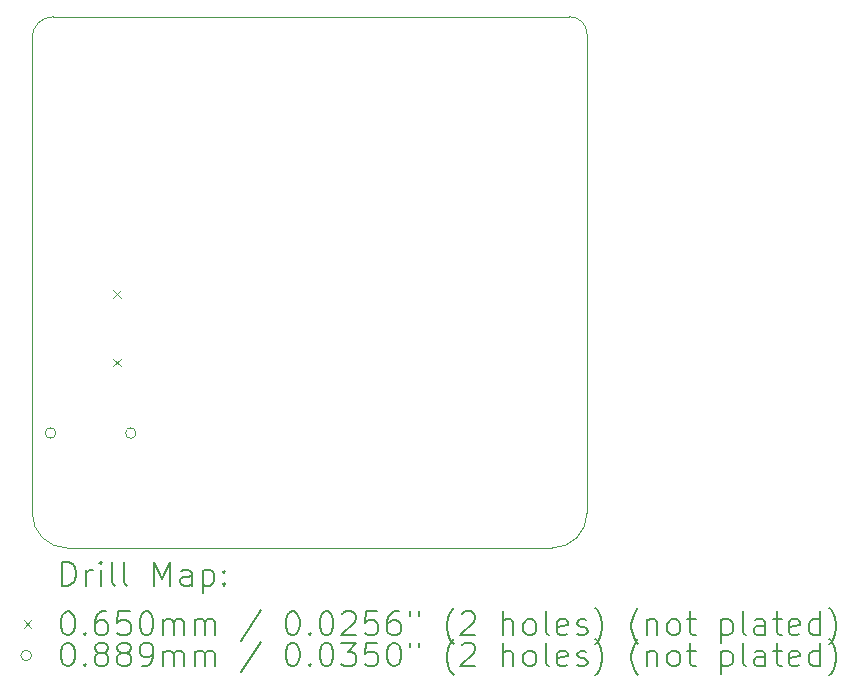
<source format=gbr>
%TF.GenerationSoftware,KiCad,Pcbnew,7.0.5-0*%
%TF.CreationDate,2024-02-18T18:21:40-05:00*%
%TF.ProjectId,BITSv5,42495453-7635-42e6-9b69-6361645f7063,2*%
%TF.SameCoordinates,Original*%
%TF.FileFunction,Drillmap*%
%TF.FilePolarity,Positive*%
%FSLAX45Y45*%
G04 Gerber Fmt 4.5, Leading zero omitted, Abs format (unit mm)*
G04 Created by KiCad (PCBNEW 7.0.5-0) date 2024-02-18 18:21:40*
%MOMM*%
%LPD*%
G01*
G04 APERTURE LIST*
%ADD10C,0.100000*%
%ADD11C,0.200000*%
%ADD12C,0.065000*%
%ADD13C,0.088900*%
G04 APERTURE END LIST*
D10*
X15220000Y-4370000D02*
G75*
G03*
X15070000Y-4220000I-150000J0D01*
G01*
X10700000Y-4220000D02*
X15070000Y-4220000D01*
X10520000Y-8420000D02*
X10520000Y-4400000D01*
X14920000Y-8720000D02*
G75*
G03*
X15220000Y-8420000I0J300000D01*
G01*
X15220000Y-8420000D02*
X15220000Y-4370000D01*
X14920000Y-8720000D02*
X10820000Y-8720000D01*
X10520000Y-8420000D02*
G75*
G03*
X10820000Y-8720000I300000J0D01*
G01*
X10700000Y-4220000D02*
G75*
G03*
X10520000Y-4400000I0J-180000D01*
G01*
D11*
D12*
X11207510Y-6538310D02*
X11272510Y-6603310D01*
X11272510Y-6538310D02*
X11207510Y-6603310D01*
X11207510Y-7116310D02*
X11272510Y-7181310D01*
X11272510Y-7116310D02*
X11207510Y-7181310D01*
D13*
X10720460Y-7745500D02*
G75*
G03*
X10720460Y-7745500I-44450J0D01*
G01*
X11400460Y-7745500D02*
G75*
G03*
X11400460Y-7745500I-44450J0D01*
G01*
D11*
X10775777Y-9036484D02*
X10775777Y-8836484D01*
X10775777Y-8836484D02*
X10823396Y-8836484D01*
X10823396Y-8836484D02*
X10851967Y-8846008D01*
X10851967Y-8846008D02*
X10871015Y-8865055D01*
X10871015Y-8865055D02*
X10880539Y-8884103D01*
X10880539Y-8884103D02*
X10890063Y-8922198D01*
X10890063Y-8922198D02*
X10890063Y-8950770D01*
X10890063Y-8950770D02*
X10880539Y-8988865D01*
X10880539Y-8988865D02*
X10871015Y-9007912D01*
X10871015Y-9007912D02*
X10851967Y-9026960D01*
X10851967Y-9026960D02*
X10823396Y-9036484D01*
X10823396Y-9036484D02*
X10775777Y-9036484D01*
X10975777Y-9036484D02*
X10975777Y-8903150D01*
X10975777Y-8941246D02*
X10985301Y-8922198D01*
X10985301Y-8922198D02*
X10994824Y-8912674D01*
X10994824Y-8912674D02*
X11013872Y-8903150D01*
X11013872Y-8903150D02*
X11032920Y-8903150D01*
X11099586Y-9036484D02*
X11099586Y-8903150D01*
X11099586Y-8836484D02*
X11090063Y-8846008D01*
X11090063Y-8846008D02*
X11099586Y-8855531D01*
X11099586Y-8855531D02*
X11109110Y-8846008D01*
X11109110Y-8846008D02*
X11099586Y-8836484D01*
X11099586Y-8836484D02*
X11099586Y-8855531D01*
X11223396Y-9036484D02*
X11204348Y-9026960D01*
X11204348Y-9026960D02*
X11194824Y-9007912D01*
X11194824Y-9007912D02*
X11194824Y-8836484D01*
X11328158Y-9036484D02*
X11309110Y-9026960D01*
X11309110Y-9026960D02*
X11299586Y-9007912D01*
X11299586Y-9007912D02*
X11299586Y-8836484D01*
X11556729Y-9036484D02*
X11556729Y-8836484D01*
X11556729Y-8836484D02*
X11623396Y-8979341D01*
X11623396Y-8979341D02*
X11690062Y-8836484D01*
X11690062Y-8836484D02*
X11690062Y-9036484D01*
X11871015Y-9036484D02*
X11871015Y-8931722D01*
X11871015Y-8931722D02*
X11861491Y-8912674D01*
X11861491Y-8912674D02*
X11842443Y-8903150D01*
X11842443Y-8903150D02*
X11804348Y-8903150D01*
X11804348Y-8903150D02*
X11785301Y-8912674D01*
X11871015Y-9026960D02*
X11851967Y-9036484D01*
X11851967Y-9036484D02*
X11804348Y-9036484D01*
X11804348Y-9036484D02*
X11785301Y-9026960D01*
X11785301Y-9026960D02*
X11775777Y-9007912D01*
X11775777Y-9007912D02*
X11775777Y-8988865D01*
X11775777Y-8988865D02*
X11785301Y-8969817D01*
X11785301Y-8969817D02*
X11804348Y-8960293D01*
X11804348Y-8960293D02*
X11851967Y-8960293D01*
X11851967Y-8960293D02*
X11871015Y-8950770D01*
X11966253Y-8903150D02*
X11966253Y-9103150D01*
X11966253Y-8912674D02*
X11985301Y-8903150D01*
X11985301Y-8903150D02*
X12023396Y-8903150D01*
X12023396Y-8903150D02*
X12042443Y-8912674D01*
X12042443Y-8912674D02*
X12051967Y-8922198D01*
X12051967Y-8922198D02*
X12061491Y-8941246D01*
X12061491Y-8941246D02*
X12061491Y-8998389D01*
X12061491Y-8998389D02*
X12051967Y-9017436D01*
X12051967Y-9017436D02*
X12042443Y-9026960D01*
X12042443Y-9026960D02*
X12023396Y-9036484D01*
X12023396Y-9036484D02*
X11985301Y-9036484D01*
X11985301Y-9036484D02*
X11966253Y-9026960D01*
X12147205Y-9017436D02*
X12156729Y-9026960D01*
X12156729Y-9026960D02*
X12147205Y-9036484D01*
X12147205Y-9036484D02*
X12137682Y-9026960D01*
X12137682Y-9026960D02*
X12147205Y-9017436D01*
X12147205Y-9017436D02*
X12147205Y-9036484D01*
X12147205Y-8912674D02*
X12156729Y-8922198D01*
X12156729Y-8922198D02*
X12147205Y-8931722D01*
X12147205Y-8931722D02*
X12137682Y-8922198D01*
X12137682Y-8922198D02*
X12147205Y-8912674D01*
X12147205Y-8912674D02*
X12147205Y-8931722D01*
D12*
X10450000Y-9332500D02*
X10515000Y-9397500D01*
X10515000Y-9332500D02*
X10450000Y-9397500D01*
D11*
X10813872Y-9256484D02*
X10832920Y-9256484D01*
X10832920Y-9256484D02*
X10851967Y-9266008D01*
X10851967Y-9266008D02*
X10861491Y-9275531D01*
X10861491Y-9275531D02*
X10871015Y-9294579D01*
X10871015Y-9294579D02*
X10880539Y-9332674D01*
X10880539Y-9332674D02*
X10880539Y-9380293D01*
X10880539Y-9380293D02*
X10871015Y-9418389D01*
X10871015Y-9418389D02*
X10861491Y-9437436D01*
X10861491Y-9437436D02*
X10851967Y-9446960D01*
X10851967Y-9446960D02*
X10832920Y-9456484D01*
X10832920Y-9456484D02*
X10813872Y-9456484D01*
X10813872Y-9456484D02*
X10794824Y-9446960D01*
X10794824Y-9446960D02*
X10785301Y-9437436D01*
X10785301Y-9437436D02*
X10775777Y-9418389D01*
X10775777Y-9418389D02*
X10766253Y-9380293D01*
X10766253Y-9380293D02*
X10766253Y-9332674D01*
X10766253Y-9332674D02*
X10775777Y-9294579D01*
X10775777Y-9294579D02*
X10785301Y-9275531D01*
X10785301Y-9275531D02*
X10794824Y-9266008D01*
X10794824Y-9266008D02*
X10813872Y-9256484D01*
X10966253Y-9437436D02*
X10975777Y-9446960D01*
X10975777Y-9446960D02*
X10966253Y-9456484D01*
X10966253Y-9456484D02*
X10956729Y-9446960D01*
X10956729Y-9446960D02*
X10966253Y-9437436D01*
X10966253Y-9437436D02*
X10966253Y-9456484D01*
X11147205Y-9256484D02*
X11109110Y-9256484D01*
X11109110Y-9256484D02*
X11090063Y-9266008D01*
X11090063Y-9266008D02*
X11080539Y-9275531D01*
X11080539Y-9275531D02*
X11061491Y-9304103D01*
X11061491Y-9304103D02*
X11051967Y-9342198D01*
X11051967Y-9342198D02*
X11051967Y-9418389D01*
X11051967Y-9418389D02*
X11061491Y-9437436D01*
X11061491Y-9437436D02*
X11071015Y-9446960D01*
X11071015Y-9446960D02*
X11090063Y-9456484D01*
X11090063Y-9456484D02*
X11128158Y-9456484D01*
X11128158Y-9456484D02*
X11147205Y-9446960D01*
X11147205Y-9446960D02*
X11156729Y-9437436D01*
X11156729Y-9437436D02*
X11166253Y-9418389D01*
X11166253Y-9418389D02*
X11166253Y-9370770D01*
X11166253Y-9370770D02*
X11156729Y-9351722D01*
X11156729Y-9351722D02*
X11147205Y-9342198D01*
X11147205Y-9342198D02*
X11128158Y-9332674D01*
X11128158Y-9332674D02*
X11090063Y-9332674D01*
X11090063Y-9332674D02*
X11071015Y-9342198D01*
X11071015Y-9342198D02*
X11061491Y-9351722D01*
X11061491Y-9351722D02*
X11051967Y-9370770D01*
X11347205Y-9256484D02*
X11251967Y-9256484D01*
X11251967Y-9256484D02*
X11242443Y-9351722D01*
X11242443Y-9351722D02*
X11251967Y-9342198D01*
X11251967Y-9342198D02*
X11271015Y-9332674D01*
X11271015Y-9332674D02*
X11318634Y-9332674D01*
X11318634Y-9332674D02*
X11337682Y-9342198D01*
X11337682Y-9342198D02*
X11347205Y-9351722D01*
X11347205Y-9351722D02*
X11356729Y-9370770D01*
X11356729Y-9370770D02*
X11356729Y-9418389D01*
X11356729Y-9418389D02*
X11347205Y-9437436D01*
X11347205Y-9437436D02*
X11337682Y-9446960D01*
X11337682Y-9446960D02*
X11318634Y-9456484D01*
X11318634Y-9456484D02*
X11271015Y-9456484D01*
X11271015Y-9456484D02*
X11251967Y-9446960D01*
X11251967Y-9446960D02*
X11242443Y-9437436D01*
X11480539Y-9256484D02*
X11499586Y-9256484D01*
X11499586Y-9256484D02*
X11518634Y-9266008D01*
X11518634Y-9266008D02*
X11528158Y-9275531D01*
X11528158Y-9275531D02*
X11537682Y-9294579D01*
X11537682Y-9294579D02*
X11547205Y-9332674D01*
X11547205Y-9332674D02*
X11547205Y-9380293D01*
X11547205Y-9380293D02*
X11537682Y-9418389D01*
X11537682Y-9418389D02*
X11528158Y-9437436D01*
X11528158Y-9437436D02*
X11518634Y-9446960D01*
X11518634Y-9446960D02*
X11499586Y-9456484D01*
X11499586Y-9456484D02*
X11480539Y-9456484D01*
X11480539Y-9456484D02*
X11461491Y-9446960D01*
X11461491Y-9446960D02*
X11451967Y-9437436D01*
X11451967Y-9437436D02*
X11442443Y-9418389D01*
X11442443Y-9418389D02*
X11432920Y-9380293D01*
X11432920Y-9380293D02*
X11432920Y-9332674D01*
X11432920Y-9332674D02*
X11442443Y-9294579D01*
X11442443Y-9294579D02*
X11451967Y-9275531D01*
X11451967Y-9275531D02*
X11461491Y-9266008D01*
X11461491Y-9266008D02*
X11480539Y-9256484D01*
X11632920Y-9456484D02*
X11632920Y-9323150D01*
X11632920Y-9342198D02*
X11642443Y-9332674D01*
X11642443Y-9332674D02*
X11661491Y-9323150D01*
X11661491Y-9323150D02*
X11690063Y-9323150D01*
X11690063Y-9323150D02*
X11709110Y-9332674D01*
X11709110Y-9332674D02*
X11718634Y-9351722D01*
X11718634Y-9351722D02*
X11718634Y-9456484D01*
X11718634Y-9351722D02*
X11728158Y-9332674D01*
X11728158Y-9332674D02*
X11747205Y-9323150D01*
X11747205Y-9323150D02*
X11775777Y-9323150D01*
X11775777Y-9323150D02*
X11794824Y-9332674D01*
X11794824Y-9332674D02*
X11804348Y-9351722D01*
X11804348Y-9351722D02*
X11804348Y-9456484D01*
X11899586Y-9456484D02*
X11899586Y-9323150D01*
X11899586Y-9342198D02*
X11909110Y-9332674D01*
X11909110Y-9332674D02*
X11928158Y-9323150D01*
X11928158Y-9323150D02*
X11956729Y-9323150D01*
X11956729Y-9323150D02*
X11975777Y-9332674D01*
X11975777Y-9332674D02*
X11985301Y-9351722D01*
X11985301Y-9351722D02*
X11985301Y-9456484D01*
X11985301Y-9351722D02*
X11994824Y-9332674D01*
X11994824Y-9332674D02*
X12013872Y-9323150D01*
X12013872Y-9323150D02*
X12042443Y-9323150D01*
X12042443Y-9323150D02*
X12061491Y-9332674D01*
X12061491Y-9332674D02*
X12071015Y-9351722D01*
X12071015Y-9351722D02*
X12071015Y-9456484D01*
X12461491Y-9246960D02*
X12290063Y-9504103D01*
X12718634Y-9256484D02*
X12737682Y-9256484D01*
X12737682Y-9256484D02*
X12756729Y-9266008D01*
X12756729Y-9266008D02*
X12766253Y-9275531D01*
X12766253Y-9275531D02*
X12775777Y-9294579D01*
X12775777Y-9294579D02*
X12785301Y-9332674D01*
X12785301Y-9332674D02*
X12785301Y-9380293D01*
X12785301Y-9380293D02*
X12775777Y-9418389D01*
X12775777Y-9418389D02*
X12766253Y-9437436D01*
X12766253Y-9437436D02*
X12756729Y-9446960D01*
X12756729Y-9446960D02*
X12737682Y-9456484D01*
X12737682Y-9456484D02*
X12718634Y-9456484D01*
X12718634Y-9456484D02*
X12699586Y-9446960D01*
X12699586Y-9446960D02*
X12690063Y-9437436D01*
X12690063Y-9437436D02*
X12680539Y-9418389D01*
X12680539Y-9418389D02*
X12671015Y-9380293D01*
X12671015Y-9380293D02*
X12671015Y-9332674D01*
X12671015Y-9332674D02*
X12680539Y-9294579D01*
X12680539Y-9294579D02*
X12690063Y-9275531D01*
X12690063Y-9275531D02*
X12699586Y-9266008D01*
X12699586Y-9266008D02*
X12718634Y-9256484D01*
X12871015Y-9437436D02*
X12880539Y-9446960D01*
X12880539Y-9446960D02*
X12871015Y-9456484D01*
X12871015Y-9456484D02*
X12861491Y-9446960D01*
X12861491Y-9446960D02*
X12871015Y-9437436D01*
X12871015Y-9437436D02*
X12871015Y-9456484D01*
X13004348Y-9256484D02*
X13023396Y-9256484D01*
X13023396Y-9256484D02*
X13042444Y-9266008D01*
X13042444Y-9266008D02*
X13051967Y-9275531D01*
X13051967Y-9275531D02*
X13061491Y-9294579D01*
X13061491Y-9294579D02*
X13071015Y-9332674D01*
X13071015Y-9332674D02*
X13071015Y-9380293D01*
X13071015Y-9380293D02*
X13061491Y-9418389D01*
X13061491Y-9418389D02*
X13051967Y-9437436D01*
X13051967Y-9437436D02*
X13042444Y-9446960D01*
X13042444Y-9446960D02*
X13023396Y-9456484D01*
X13023396Y-9456484D02*
X13004348Y-9456484D01*
X13004348Y-9456484D02*
X12985301Y-9446960D01*
X12985301Y-9446960D02*
X12975777Y-9437436D01*
X12975777Y-9437436D02*
X12966253Y-9418389D01*
X12966253Y-9418389D02*
X12956729Y-9380293D01*
X12956729Y-9380293D02*
X12956729Y-9332674D01*
X12956729Y-9332674D02*
X12966253Y-9294579D01*
X12966253Y-9294579D02*
X12975777Y-9275531D01*
X12975777Y-9275531D02*
X12985301Y-9266008D01*
X12985301Y-9266008D02*
X13004348Y-9256484D01*
X13147206Y-9275531D02*
X13156729Y-9266008D01*
X13156729Y-9266008D02*
X13175777Y-9256484D01*
X13175777Y-9256484D02*
X13223396Y-9256484D01*
X13223396Y-9256484D02*
X13242444Y-9266008D01*
X13242444Y-9266008D02*
X13251967Y-9275531D01*
X13251967Y-9275531D02*
X13261491Y-9294579D01*
X13261491Y-9294579D02*
X13261491Y-9313627D01*
X13261491Y-9313627D02*
X13251967Y-9342198D01*
X13251967Y-9342198D02*
X13137682Y-9456484D01*
X13137682Y-9456484D02*
X13261491Y-9456484D01*
X13442444Y-9256484D02*
X13347206Y-9256484D01*
X13347206Y-9256484D02*
X13337682Y-9351722D01*
X13337682Y-9351722D02*
X13347206Y-9342198D01*
X13347206Y-9342198D02*
X13366253Y-9332674D01*
X13366253Y-9332674D02*
X13413872Y-9332674D01*
X13413872Y-9332674D02*
X13432920Y-9342198D01*
X13432920Y-9342198D02*
X13442444Y-9351722D01*
X13442444Y-9351722D02*
X13451967Y-9370770D01*
X13451967Y-9370770D02*
X13451967Y-9418389D01*
X13451967Y-9418389D02*
X13442444Y-9437436D01*
X13442444Y-9437436D02*
X13432920Y-9446960D01*
X13432920Y-9446960D02*
X13413872Y-9456484D01*
X13413872Y-9456484D02*
X13366253Y-9456484D01*
X13366253Y-9456484D02*
X13347206Y-9446960D01*
X13347206Y-9446960D02*
X13337682Y-9437436D01*
X13623396Y-9256484D02*
X13585301Y-9256484D01*
X13585301Y-9256484D02*
X13566253Y-9266008D01*
X13566253Y-9266008D02*
X13556729Y-9275531D01*
X13556729Y-9275531D02*
X13537682Y-9304103D01*
X13537682Y-9304103D02*
X13528158Y-9342198D01*
X13528158Y-9342198D02*
X13528158Y-9418389D01*
X13528158Y-9418389D02*
X13537682Y-9437436D01*
X13537682Y-9437436D02*
X13547206Y-9446960D01*
X13547206Y-9446960D02*
X13566253Y-9456484D01*
X13566253Y-9456484D02*
X13604348Y-9456484D01*
X13604348Y-9456484D02*
X13623396Y-9446960D01*
X13623396Y-9446960D02*
X13632920Y-9437436D01*
X13632920Y-9437436D02*
X13642444Y-9418389D01*
X13642444Y-9418389D02*
X13642444Y-9370770D01*
X13642444Y-9370770D02*
X13632920Y-9351722D01*
X13632920Y-9351722D02*
X13623396Y-9342198D01*
X13623396Y-9342198D02*
X13604348Y-9332674D01*
X13604348Y-9332674D02*
X13566253Y-9332674D01*
X13566253Y-9332674D02*
X13547206Y-9342198D01*
X13547206Y-9342198D02*
X13537682Y-9351722D01*
X13537682Y-9351722D02*
X13528158Y-9370770D01*
X13718634Y-9256484D02*
X13718634Y-9294579D01*
X13794825Y-9256484D02*
X13794825Y-9294579D01*
X14090063Y-9532674D02*
X14080539Y-9523150D01*
X14080539Y-9523150D02*
X14061491Y-9494579D01*
X14061491Y-9494579D02*
X14051968Y-9475531D01*
X14051968Y-9475531D02*
X14042444Y-9446960D01*
X14042444Y-9446960D02*
X14032920Y-9399341D01*
X14032920Y-9399341D02*
X14032920Y-9361246D01*
X14032920Y-9361246D02*
X14042444Y-9313627D01*
X14042444Y-9313627D02*
X14051968Y-9285055D01*
X14051968Y-9285055D02*
X14061491Y-9266008D01*
X14061491Y-9266008D02*
X14080539Y-9237436D01*
X14080539Y-9237436D02*
X14090063Y-9227912D01*
X14156729Y-9275531D02*
X14166253Y-9266008D01*
X14166253Y-9266008D02*
X14185301Y-9256484D01*
X14185301Y-9256484D02*
X14232920Y-9256484D01*
X14232920Y-9256484D02*
X14251968Y-9266008D01*
X14251968Y-9266008D02*
X14261491Y-9275531D01*
X14261491Y-9275531D02*
X14271015Y-9294579D01*
X14271015Y-9294579D02*
X14271015Y-9313627D01*
X14271015Y-9313627D02*
X14261491Y-9342198D01*
X14261491Y-9342198D02*
X14147206Y-9456484D01*
X14147206Y-9456484D02*
X14271015Y-9456484D01*
X14509110Y-9456484D02*
X14509110Y-9256484D01*
X14594825Y-9456484D02*
X14594825Y-9351722D01*
X14594825Y-9351722D02*
X14585301Y-9332674D01*
X14585301Y-9332674D02*
X14566253Y-9323150D01*
X14566253Y-9323150D02*
X14537682Y-9323150D01*
X14537682Y-9323150D02*
X14518634Y-9332674D01*
X14518634Y-9332674D02*
X14509110Y-9342198D01*
X14718634Y-9456484D02*
X14699587Y-9446960D01*
X14699587Y-9446960D02*
X14690063Y-9437436D01*
X14690063Y-9437436D02*
X14680539Y-9418389D01*
X14680539Y-9418389D02*
X14680539Y-9361246D01*
X14680539Y-9361246D02*
X14690063Y-9342198D01*
X14690063Y-9342198D02*
X14699587Y-9332674D01*
X14699587Y-9332674D02*
X14718634Y-9323150D01*
X14718634Y-9323150D02*
X14747206Y-9323150D01*
X14747206Y-9323150D02*
X14766253Y-9332674D01*
X14766253Y-9332674D02*
X14775777Y-9342198D01*
X14775777Y-9342198D02*
X14785301Y-9361246D01*
X14785301Y-9361246D02*
X14785301Y-9418389D01*
X14785301Y-9418389D02*
X14775777Y-9437436D01*
X14775777Y-9437436D02*
X14766253Y-9446960D01*
X14766253Y-9446960D02*
X14747206Y-9456484D01*
X14747206Y-9456484D02*
X14718634Y-9456484D01*
X14899587Y-9456484D02*
X14880539Y-9446960D01*
X14880539Y-9446960D02*
X14871015Y-9427912D01*
X14871015Y-9427912D02*
X14871015Y-9256484D01*
X15051968Y-9446960D02*
X15032920Y-9456484D01*
X15032920Y-9456484D02*
X14994825Y-9456484D01*
X14994825Y-9456484D02*
X14975777Y-9446960D01*
X14975777Y-9446960D02*
X14966253Y-9427912D01*
X14966253Y-9427912D02*
X14966253Y-9351722D01*
X14966253Y-9351722D02*
X14975777Y-9332674D01*
X14975777Y-9332674D02*
X14994825Y-9323150D01*
X14994825Y-9323150D02*
X15032920Y-9323150D01*
X15032920Y-9323150D02*
X15051968Y-9332674D01*
X15051968Y-9332674D02*
X15061491Y-9351722D01*
X15061491Y-9351722D02*
X15061491Y-9370770D01*
X15061491Y-9370770D02*
X14966253Y-9389817D01*
X15137682Y-9446960D02*
X15156730Y-9456484D01*
X15156730Y-9456484D02*
X15194825Y-9456484D01*
X15194825Y-9456484D02*
X15213872Y-9446960D01*
X15213872Y-9446960D02*
X15223396Y-9427912D01*
X15223396Y-9427912D02*
X15223396Y-9418389D01*
X15223396Y-9418389D02*
X15213872Y-9399341D01*
X15213872Y-9399341D02*
X15194825Y-9389817D01*
X15194825Y-9389817D02*
X15166253Y-9389817D01*
X15166253Y-9389817D02*
X15147206Y-9380293D01*
X15147206Y-9380293D02*
X15137682Y-9361246D01*
X15137682Y-9361246D02*
X15137682Y-9351722D01*
X15137682Y-9351722D02*
X15147206Y-9332674D01*
X15147206Y-9332674D02*
X15166253Y-9323150D01*
X15166253Y-9323150D02*
X15194825Y-9323150D01*
X15194825Y-9323150D02*
X15213872Y-9332674D01*
X15290063Y-9532674D02*
X15299587Y-9523150D01*
X15299587Y-9523150D02*
X15318634Y-9494579D01*
X15318634Y-9494579D02*
X15328158Y-9475531D01*
X15328158Y-9475531D02*
X15337682Y-9446960D01*
X15337682Y-9446960D02*
X15347206Y-9399341D01*
X15347206Y-9399341D02*
X15347206Y-9361246D01*
X15347206Y-9361246D02*
X15337682Y-9313627D01*
X15337682Y-9313627D02*
X15328158Y-9285055D01*
X15328158Y-9285055D02*
X15318634Y-9266008D01*
X15318634Y-9266008D02*
X15299587Y-9237436D01*
X15299587Y-9237436D02*
X15290063Y-9227912D01*
X15651968Y-9532674D02*
X15642444Y-9523150D01*
X15642444Y-9523150D02*
X15623396Y-9494579D01*
X15623396Y-9494579D02*
X15613872Y-9475531D01*
X15613872Y-9475531D02*
X15604349Y-9446960D01*
X15604349Y-9446960D02*
X15594825Y-9399341D01*
X15594825Y-9399341D02*
X15594825Y-9361246D01*
X15594825Y-9361246D02*
X15604349Y-9313627D01*
X15604349Y-9313627D02*
X15613872Y-9285055D01*
X15613872Y-9285055D02*
X15623396Y-9266008D01*
X15623396Y-9266008D02*
X15642444Y-9237436D01*
X15642444Y-9237436D02*
X15651968Y-9227912D01*
X15728158Y-9323150D02*
X15728158Y-9456484D01*
X15728158Y-9342198D02*
X15737682Y-9332674D01*
X15737682Y-9332674D02*
X15756730Y-9323150D01*
X15756730Y-9323150D02*
X15785301Y-9323150D01*
X15785301Y-9323150D02*
X15804349Y-9332674D01*
X15804349Y-9332674D02*
X15813872Y-9351722D01*
X15813872Y-9351722D02*
X15813872Y-9456484D01*
X15937682Y-9456484D02*
X15918634Y-9446960D01*
X15918634Y-9446960D02*
X15909111Y-9437436D01*
X15909111Y-9437436D02*
X15899587Y-9418389D01*
X15899587Y-9418389D02*
X15899587Y-9361246D01*
X15899587Y-9361246D02*
X15909111Y-9342198D01*
X15909111Y-9342198D02*
X15918634Y-9332674D01*
X15918634Y-9332674D02*
X15937682Y-9323150D01*
X15937682Y-9323150D02*
X15966253Y-9323150D01*
X15966253Y-9323150D02*
X15985301Y-9332674D01*
X15985301Y-9332674D02*
X15994825Y-9342198D01*
X15994825Y-9342198D02*
X16004349Y-9361246D01*
X16004349Y-9361246D02*
X16004349Y-9418389D01*
X16004349Y-9418389D02*
X15994825Y-9437436D01*
X15994825Y-9437436D02*
X15985301Y-9446960D01*
X15985301Y-9446960D02*
X15966253Y-9456484D01*
X15966253Y-9456484D02*
X15937682Y-9456484D01*
X16061492Y-9323150D02*
X16137682Y-9323150D01*
X16090063Y-9256484D02*
X16090063Y-9427912D01*
X16090063Y-9427912D02*
X16099587Y-9446960D01*
X16099587Y-9446960D02*
X16118634Y-9456484D01*
X16118634Y-9456484D02*
X16137682Y-9456484D01*
X16356730Y-9323150D02*
X16356730Y-9523150D01*
X16356730Y-9332674D02*
X16375777Y-9323150D01*
X16375777Y-9323150D02*
X16413873Y-9323150D01*
X16413873Y-9323150D02*
X16432920Y-9332674D01*
X16432920Y-9332674D02*
X16442444Y-9342198D01*
X16442444Y-9342198D02*
X16451968Y-9361246D01*
X16451968Y-9361246D02*
X16451968Y-9418389D01*
X16451968Y-9418389D02*
X16442444Y-9437436D01*
X16442444Y-9437436D02*
X16432920Y-9446960D01*
X16432920Y-9446960D02*
X16413873Y-9456484D01*
X16413873Y-9456484D02*
X16375777Y-9456484D01*
X16375777Y-9456484D02*
X16356730Y-9446960D01*
X16566253Y-9456484D02*
X16547206Y-9446960D01*
X16547206Y-9446960D02*
X16537682Y-9427912D01*
X16537682Y-9427912D02*
X16537682Y-9256484D01*
X16728158Y-9456484D02*
X16728158Y-9351722D01*
X16728158Y-9351722D02*
X16718634Y-9332674D01*
X16718634Y-9332674D02*
X16699587Y-9323150D01*
X16699587Y-9323150D02*
X16661492Y-9323150D01*
X16661492Y-9323150D02*
X16642444Y-9332674D01*
X16728158Y-9446960D02*
X16709111Y-9456484D01*
X16709111Y-9456484D02*
X16661492Y-9456484D01*
X16661492Y-9456484D02*
X16642444Y-9446960D01*
X16642444Y-9446960D02*
X16632920Y-9427912D01*
X16632920Y-9427912D02*
X16632920Y-9408865D01*
X16632920Y-9408865D02*
X16642444Y-9389817D01*
X16642444Y-9389817D02*
X16661492Y-9380293D01*
X16661492Y-9380293D02*
X16709111Y-9380293D01*
X16709111Y-9380293D02*
X16728158Y-9370770D01*
X16794825Y-9323150D02*
X16871015Y-9323150D01*
X16823396Y-9256484D02*
X16823396Y-9427912D01*
X16823396Y-9427912D02*
X16832920Y-9446960D01*
X16832920Y-9446960D02*
X16851968Y-9456484D01*
X16851968Y-9456484D02*
X16871015Y-9456484D01*
X17013873Y-9446960D02*
X16994825Y-9456484D01*
X16994825Y-9456484D02*
X16956730Y-9456484D01*
X16956730Y-9456484D02*
X16937682Y-9446960D01*
X16937682Y-9446960D02*
X16928158Y-9427912D01*
X16928158Y-9427912D02*
X16928158Y-9351722D01*
X16928158Y-9351722D02*
X16937682Y-9332674D01*
X16937682Y-9332674D02*
X16956730Y-9323150D01*
X16956730Y-9323150D02*
X16994825Y-9323150D01*
X16994825Y-9323150D02*
X17013873Y-9332674D01*
X17013873Y-9332674D02*
X17023396Y-9351722D01*
X17023396Y-9351722D02*
X17023396Y-9370770D01*
X17023396Y-9370770D02*
X16928158Y-9389817D01*
X17194825Y-9456484D02*
X17194825Y-9256484D01*
X17194825Y-9446960D02*
X17175777Y-9456484D01*
X17175777Y-9456484D02*
X17137682Y-9456484D01*
X17137682Y-9456484D02*
X17118635Y-9446960D01*
X17118635Y-9446960D02*
X17109111Y-9437436D01*
X17109111Y-9437436D02*
X17099587Y-9418389D01*
X17099587Y-9418389D02*
X17099587Y-9361246D01*
X17099587Y-9361246D02*
X17109111Y-9342198D01*
X17109111Y-9342198D02*
X17118635Y-9332674D01*
X17118635Y-9332674D02*
X17137682Y-9323150D01*
X17137682Y-9323150D02*
X17175777Y-9323150D01*
X17175777Y-9323150D02*
X17194825Y-9332674D01*
X17271016Y-9532674D02*
X17280539Y-9523150D01*
X17280539Y-9523150D02*
X17299587Y-9494579D01*
X17299587Y-9494579D02*
X17309111Y-9475531D01*
X17309111Y-9475531D02*
X17318635Y-9446960D01*
X17318635Y-9446960D02*
X17328158Y-9399341D01*
X17328158Y-9399341D02*
X17328158Y-9361246D01*
X17328158Y-9361246D02*
X17318635Y-9313627D01*
X17318635Y-9313627D02*
X17309111Y-9285055D01*
X17309111Y-9285055D02*
X17299587Y-9266008D01*
X17299587Y-9266008D02*
X17280539Y-9237436D01*
X17280539Y-9237436D02*
X17271016Y-9227912D01*
D13*
X10515000Y-9629000D02*
G75*
G03*
X10515000Y-9629000I-44450J0D01*
G01*
D11*
X10813872Y-9520484D02*
X10832920Y-9520484D01*
X10832920Y-9520484D02*
X10851967Y-9530008D01*
X10851967Y-9530008D02*
X10861491Y-9539531D01*
X10861491Y-9539531D02*
X10871015Y-9558579D01*
X10871015Y-9558579D02*
X10880539Y-9596674D01*
X10880539Y-9596674D02*
X10880539Y-9644293D01*
X10880539Y-9644293D02*
X10871015Y-9682389D01*
X10871015Y-9682389D02*
X10861491Y-9701436D01*
X10861491Y-9701436D02*
X10851967Y-9710960D01*
X10851967Y-9710960D02*
X10832920Y-9720484D01*
X10832920Y-9720484D02*
X10813872Y-9720484D01*
X10813872Y-9720484D02*
X10794824Y-9710960D01*
X10794824Y-9710960D02*
X10785301Y-9701436D01*
X10785301Y-9701436D02*
X10775777Y-9682389D01*
X10775777Y-9682389D02*
X10766253Y-9644293D01*
X10766253Y-9644293D02*
X10766253Y-9596674D01*
X10766253Y-9596674D02*
X10775777Y-9558579D01*
X10775777Y-9558579D02*
X10785301Y-9539531D01*
X10785301Y-9539531D02*
X10794824Y-9530008D01*
X10794824Y-9530008D02*
X10813872Y-9520484D01*
X10966253Y-9701436D02*
X10975777Y-9710960D01*
X10975777Y-9710960D02*
X10966253Y-9720484D01*
X10966253Y-9720484D02*
X10956729Y-9710960D01*
X10956729Y-9710960D02*
X10966253Y-9701436D01*
X10966253Y-9701436D02*
X10966253Y-9720484D01*
X11090063Y-9606198D02*
X11071015Y-9596674D01*
X11071015Y-9596674D02*
X11061491Y-9587150D01*
X11061491Y-9587150D02*
X11051967Y-9568103D01*
X11051967Y-9568103D02*
X11051967Y-9558579D01*
X11051967Y-9558579D02*
X11061491Y-9539531D01*
X11061491Y-9539531D02*
X11071015Y-9530008D01*
X11071015Y-9530008D02*
X11090063Y-9520484D01*
X11090063Y-9520484D02*
X11128158Y-9520484D01*
X11128158Y-9520484D02*
X11147205Y-9530008D01*
X11147205Y-9530008D02*
X11156729Y-9539531D01*
X11156729Y-9539531D02*
X11166253Y-9558579D01*
X11166253Y-9558579D02*
X11166253Y-9568103D01*
X11166253Y-9568103D02*
X11156729Y-9587150D01*
X11156729Y-9587150D02*
X11147205Y-9596674D01*
X11147205Y-9596674D02*
X11128158Y-9606198D01*
X11128158Y-9606198D02*
X11090063Y-9606198D01*
X11090063Y-9606198D02*
X11071015Y-9615722D01*
X11071015Y-9615722D02*
X11061491Y-9625246D01*
X11061491Y-9625246D02*
X11051967Y-9644293D01*
X11051967Y-9644293D02*
X11051967Y-9682389D01*
X11051967Y-9682389D02*
X11061491Y-9701436D01*
X11061491Y-9701436D02*
X11071015Y-9710960D01*
X11071015Y-9710960D02*
X11090063Y-9720484D01*
X11090063Y-9720484D02*
X11128158Y-9720484D01*
X11128158Y-9720484D02*
X11147205Y-9710960D01*
X11147205Y-9710960D02*
X11156729Y-9701436D01*
X11156729Y-9701436D02*
X11166253Y-9682389D01*
X11166253Y-9682389D02*
X11166253Y-9644293D01*
X11166253Y-9644293D02*
X11156729Y-9625246D01*
X11156729Y-9625246D02*
X11147205Y-9615722D01*
X11147205Y-9615722D02*
X11128158Y-9606198D01*
X11280539Y-9606198D02*
X11261491Y-9596674D01*
X11261491Y-9596674D02*
X11251967Y-9587150D01*
X11251967Y-9587150D02*
X11242443Y-9568103D01*
X11242443Y-9568103D02*
X11242443Y-9558579D01*
X11242443Y-9558579D02*
X11251967Y-9539531D01*
X11251967Y-9539531D02*
X11261491Y-9530008D01*
X11261491Y-9530008D02*
X11280539Y-9520484D01*
X11280539Y-9520484D02*
X11318634Y-9520484D01*
X11318634Y-9520484D02*
X11337682Y-9530008D01*
X11337682Y-9530008D02*
X11347205Y-9539531D01*
X11347205Y-9539531D02*
X11356729Y-9558579D01*
X11356729Y-9558579D02*
X11356729Y-9568103D01*
X11356729Y-9568103D02*
X11347205Y-9587150D01*
X11347205Y-9587150D02*
X11337682Y-9596674D01*
X11337682Y-9596674D02*
X11318634Y-9606198D01*
X11318634Y-9606198D02*
X11280539Y-9606198D01*
X11280539Y-9606198D02*
X11261491Y-9615722D01*
X11261491Y-9615722D02*
X11251967Y-9625246D01*
X11251967Y-9625246D02*
X11242443Y-9644293D01*
X11242443Y-9644293D02*
X11242443Y-9682389D01*
X11242443Y-9682389D02*
X11251967Y-9701436D01*
X11251967Y-9701436D02*
X11261491Y-9710960D01*
X11261491Y-9710960D02*
X11280539Y-9720484D01*
X11280539Y-9720484D02*
X11318634Y-9720484D01*
X11318634Y-9720484D02*
X11337682Y-9710960D01*
X11337682Y-9710960D02*
X11347205Y-9701436D01*
X11347205Y-9701436D02*
X11356729Y-9682389D01*
X11356729Y-9682389D02*
X11356729Y-9644293D01*
X11356729Y-9644293D02*
X11347205Y-9625246D01*
X11347205Y-9625246D02*
X11337682Y-9615722D01*
X11337682Y-9615722D02*
X11318634Y-9606198D01*
X11451967Y-9720484D02*
X11490062Y-9720484D01*
X11490062Y-9720484D02*
X11509110Y-9710960D01*
X11509110Y-9710960D02*
X11518634Y-9701436D01*
X11518634Y-9701436D02*
X11537682Y-9672865D01*
X11537682Y-9672865D02*
X11547205Y-9634770D01*
X11547205Y-9634770D02*
X11547205Y-9558579D01*
X11547205Y-9558579D02*
X11537682Y-9539531D01*
X11537682Y-9539531D02*
X11528158Y-9530008D01*
X11528158Y-9530008D02*
X11509110Y-9520484D01*
X11509110Y-9520484D02*
X11471015Y-9520484D01*
X11471015Y-9520484D02*
X11451967Y-9530008D01*
X11451967Y-9530008D02*
X11442443Y-9539531D01*
X11442443Y-9539531D02*
X11432920Y-9558579D01*
X11432920Y-9558579D02*
X11432920Y-9606198D01*
X11432920Y-9606198D02*
X11442443Y-9625246D01*
X11442443Y-9625246D02*
X11451967Y-9634770D01*
X11451967Y-9634770D02*
X11471015Y-9644293D01*
X11471015Y-9644293D02*
X11509110Y-9644293D01*
X11509110Y-9644293D02*
X11528158Y-9634770D01*
X11528158Y-9634770D02*
X11537682Y-9625246D01*
X11537682Y-9625246D02*
X11547205Y-9606198D01*
X11632920Y-9720484D02*
X11632920Y-9587150D01*
X11632920Y-9606198D02*
X11642443Y-9596674D01*
X11642443Y-9596674D02*
X11661491Y-9587150D01*
X11661491Y-9587150D02*
X11690063Y-9587150D01*
X11690063Y-9587150D02*
X11709110Y-9596674D01*
X11709110Y-9596674D02*
X11718634Y-9615722D01*
X11718634Y-9615722D02*
X11718634Y-9720484D01*
X11718634Y-9615722D02*
X11728158Y-9596674D01*
X11728158Y-9596674D02*
X11747205Y-9587150D01*
X11747205Y-9587150D02*
X11775777Y-9587150D01*
X11775777Y-9587150D02*
X11794824Y-9596674D01*
X11794824Y-9596674D02*
X11804348Y-9615722D01*
X11804348Y-9615722D02*
X11804348Y-9720484D01*
X11899586Y-9720484D02*
X11899586Y-9587150D01*
X11899586Y-9606198D02*
X11909110Y-9596674D01*
X11909110Y-9596674D02*
X11928158Y-9587150D01*
X11928158Y-9587150D02*
X11956729Y-9587150D01*
X11956729Y-9587150D02*
X11975777Y-9596674D01*
X11975777Y-9596674D02*
X11985301Y-9615722D01*
X11985301Y-9615722D02*
X11985301Y-9720484D01*
X11985301Y-9615722D02*
X11994824Y-9596674D01*
X11994824Y-9596674D02*
X12013872Y-9587150D01*
X12013872Y-9587150D02*
X12042443Y-9587150D01*
X12042443Y-9587150D02*
X12061491Y-9596674D01*
X12061491Y-9596674D02*
X12071015Y-9615722D01*
X12071015Y-9615722D02*
X12071015Y-9720484D01*
X12461491Y-9510960D02*
X12290063Y-9768103D01*
X12718634Y-9520484D02*
X12737682Y-9520484D01*
X12737682Y-9520484D02*
X12756729Y-9530008D01*
X12756729Y-9530008D02*
X12766253Y-9539531D01*
X12766253Y-9539531D02*
X12775777Y-9558579D01*
X12775777Y-9558579D02*
X12785301Y-9596674D01*
X12785301Y-9596674D02*
X12785301Y-9644293D01*
X12785301Y-9644293D02*
X12775777Y-9682389D01*
X12775777Y-9682389D02*
X12766253Y-9701436D01*
X12766253Y-9701436D02*
X12756729Y-9710960D01*
X12756729Y-9710960D02*
X12737682Y-9720484D01*
X12737682Y-9720484D02*
X12718634Y-9720484D01*
X12718634Y-9720484D02*
X12699586Y-9710960D01*
X12699586Y-9710960D02*
X12690063Y-9701436D01*
X12690063Y-9701436D02*
X12680539Y-9682389D01*
X12680539Y-9682389D02*
X12671015Y-9644293D01*
X12671015Y-9644293D02*
X12671015Y-9596674D01*
X12671015Y-9596674D02*
X12680539Y-9558579D01*
X12680539Y-9558579D02*
X12690063Y-9539531D01*
X12690063Y-9539531D02*
X12699586Y-9530008D01*
X12699586Y-9530008D02*
X12718634Y-9520484D01*
X12871015Y-9701436D02*
X12880539Y-9710960D01*
X12880539Y-9710960D02*
X12871015Y-9720484D01*
X12871015Y-9720484D02*
X12861491Y-9710960D01*
X12861491Y-9710960D02*
X12871015Y-9701436D01*
X12871015Y-9701436D02*
X12871015Y-9720484D01*
X13004348Y-9520484D02*
X13023396Y-9520484D01*
X13023396Y-9520484D02*
X13042444Y-9530008D01*
X13042444Y-9530008D02*
X13051967Y-9539531D01*
X13051967Y-9539531D02*
X13061491Y-9558579D01*
X13061491Y-9558579D02*
X13071015Y-9596674D01*
X13071015Y-9596674D02*
X13071015Y-9644293D01*
X13071015Y-9644293D02*
X13061491Y-9682389D01*
X13061491Y-9682389D02*
X13051967Y-9701436D01*
X13051967Y-9701436D02*
X13042444Y-9710960D01*
X13042444Y-9710960D02*
X13023396Y-9720484D01*
X13023396Y-9720484D02*
X13004348Y-9720484D01*
X13004348Y-9720484D02*
X12985301Y-9710960D01*
X12985301Y-9710960D02*
X12975777Y-9701436D01*
X12975777Y-9701436D02*
X12966253Y-9682389D01*
X12966253Y-9682389D02*
X12956729Y-9644293D01*
X12956729Y-9644293D02*
X12956729Y-9596674D01*
X12956729Y-9596674D02*
X12966253Y-9558579D01*
X12966253Y-9558579D02*
X12975777Y-9539531D01*
X12975777Y-9539531D02*
X12985301Y-9530008D01*
X12985301Y-9530008D02*
X13004348Y-9520484D01*
X13137682Y-9520484D02*
X13261491Y-9520484D01*
X13261491Y-9520484D02*
X13194825Y-9596674D01*
X13194825Y-9596674D02*
X13223396Y-9596674D01*
X13223396Y-9596674D02*
X13242444Y-9606198D01*
X13242444Y-9606198D02*
X13251967Y-9615722D01*
X13251967Y-9615722D02*
X13261491Y-9634770D01*
X13261491Y-9634770D02*
X13261491Y-9682389D01*
X13261491Y-9682389D02*
X13251967Y-9701436D01*
X13251967Y-9701436D02*
X13242444Y-9710960D01*
X13242444Y-9710960D02*
X13223396Y-9720484D01*
X13223396Y-9720484D02*
X13166253Y-9720484D01*
X13166253Y-9720484D02*
X13147206Y-9710960D01*
X13147206Y-9710960D02*
X13137682Y-9701436D01*
X13442444Y-9520484D02*
X13347206Y-9520484D01*
X13347206Y-9520484D02*
X13337682Y-9615722D01*
X13337682Y-9615722D02*
X13347206Y-9606198D01*
X13347206Y-9606198D02*
X13366253Y-9596674D01*
X13366253Y-9596674D02*
X13413872Y-9596674D01*
X13413872Y-9596674D02*
X13432920Y-9606198D01*
X13432920Y-9606198D02*
X13442444Y-9615722D01*
X13442444Y-9615722D02*
X13451967Y-9634770D01*
X13451967Y-9634770D02*
X13451967Y-9682389D01*
X13451967Y-9682389D02*
X13442444Y-9701436D01*
X13442444Y-9701436D02*
X13432920Y-9710960D01*
X13432920Y-9710960D02*
X13413872Y-9720484D01*
X13413872Y-9720484D02*
X13366253Y-9720484D01*
X13366253Y-9720484D02*
X13347206Y-9710960D01*
X13347206Y-9710960D02*
X13337682Y-9701436D01*
X13575777Y-9520484D02*
X13594825Y-9520484D01*
X13594825Y-9520484D02*
X13613872Y-9530008D01*
X13613872Y-9530008D02*
X13623396Y-9539531D01*
X13623396Y-9539531D02*
X13632920Y-9558579D01*
X13632920Y-9558579D02*
X13642444Y-9596674D01*
X13642444Y-9596674D02*
X13642444Y-9644293D01*
X13642444Y-9644293D02*
X13632920Y-9682389D01*
X13632920Y-9682389D02*
X13623396Y-9701436D01*
X13623396Y-9701436D02*
X13613872Y-9710960D01*
X13613872Y-9710960D02*
X13594825Y-9720484D01*
X13594825Y-9720484D02*
X13575777Y-9720484D01*
X13575777Y-9720484D02*
X13556729Y-9710960D01*
X13556729Y-9710960D02*
X13547206Y-9701436D01*
X13547206Y-9701436D02*
X13537682Y-9682389D01*
X13537682Y-9682389D02*
X13528158Y-9644293D01*
X13528158Y-9644293D02*
X13528158Y-9596674D01*
X13528158Y-9596674D02*
X13537682Y-9558579D01*
X13537682Y-9558579D02*
X13547206Y-9539531D01*
X13547206Y-9539531D02*
X13556729Y-9530008D01*
X13556729Y-9530008D02*
X13575777Y-9520484D01*
X13718634Y-9520484D02*
X13718634Y-9558579D01*
X13794825Y-9520484D02*
X13794825Y-9558579D01*
X14090063Y-9796674D02*
X14080539Y-9787150D01*
X14080539Y-9787150D02*
X14061491Y-9758579D01*
X14061491Y-9758579D02*
X14051968Y-9739531D01*
X14051968Y-9739531D02*
X14042444Y-9710960D01*
X14042444Y-9710960D02*
X14032920Y-9663341D01*
X14032920Y-9663341D02*
X14032920Y-9625246D01*
X14032920Y-9625246D02*
X14042444Y-9577627D01*
X14042444Y-9577627D02*
X14051968Y-9549055D01*
X14051968Y-9549055D02*
X14061491Y-9530008D01*
X14061491Y-9530008D02*
X14080539Y-9501436D01*
X14080539Y-9501436D02*
X14090063Y-9491912D01*
X14156729Y-9539531D02*
X14166253Y-9530008D01*
X14166253Y-9530008D02*
X14185301Y-9520484D01*
X14185301Y-9520484D02*
X14232920Y-9520484D01*
X14232920Y-9520484D02*
X14251968Y-9530008D01*
X14251968Y-9530008D02*
X14261491Y-9539531D01*
X14261491Y-9539531D02*
X14271015Y-9558579D01*
X14271015Y-9558579D02*
X14271015Y-9577627D01*
X14271015Y-9577627D02*
X14261491Y-9606198D01*
X14261491Y-9606198D02*
X14147206Y-9720484D01*
X14147206Y-9720484D02*
X14271015Y-9720484D01*
X14509110Y-9720484D02*
X14509110Y-9520484D01*
X14594825Y-9720484D02*
X14594825Y-9615722D01*
X14594825Y-9615722D02*
X14585301Y-9596674D01*
X14585301Y-9596674D02*
X14566253Y-9587150D01*
X14566253Y-9587150D02*
X14537682Y-9587150D01*
X14537682Y-9587150D02*
X14518634Y-9596674D01*
X14518634Y-9596674D02*
X14509110Y-9606198D01*
X14718634Y-9720484D02*
X14699587Y-9710960D01*
X14699587Y-9710960D02*
X14690063Y-9701436D01*
X14690063Y-9701436D02*
X14680539Y-9682389D01*
X14680539Y-9682389D02*
X14680539Y-9625246D01*
X14680539Y-9625246D02*
X14690063Y-9606198D01*
X14690063Y-9606198D02*
X14699587Y-9596674D01*
X14699587Y-9596674D02*
X14718634Y-9587150D01*
X14718634Y-9587150D02*
X14747206Y-9587150D01*
X14747206Y-9587150D02*
X14766253Y-9596674D01*
X14766253Y-9596674D02*
X14775777Y-9606198D01*
X14775777Y-9606198D02*
X14785301Y-9625246D01*
X14785301Y-9625246D02*
X14785301Y-9682389D01*
X14785301Y-9682389D02*
X14775777Y-9701436D01*
X14775777Y-9701436D02*
X14766253Y-9710960D01*
X14766253Y-9710960D02*
X14747206Y-9720484D01*
X14747206Y-9720484D02*
X14718634Y-9720484D01*
X14899587Y-9720484D02*
X14880539Y-9710960D01*
X14880539Y-9710960D02*
X14871015Y-9691912D01*
X14871015Y-9691912D02*
X14871015Y-9520484D01*
X15051968Y-9710960D02*
X15032920Y-9720484D01*
X15032920Y-9720484D02*
X14994825Y-9720484D01*
X14994825Y-9720484D02*
X14975777Y-9710960D01*
X14975777Y-9710960D02*
X14966253Y-9691912D01*
X14966253Y-9691912D02*
X14966253Y-9615722D01*
X14966253Y-9615722D02*
X14975777Y-9596674D01*
X14975777Y-9596674D02*
X14994825Y-9587150D01*
X14994825Y-9587150D02*
X15032920Y-9587150D01*
X15032920Y-9587150D02*
X15051968Y-9596674D01*
X15051968Y-9596674D02*
X15061491Y-9615722D01*
X15061491Y-9615722D02*
X15061491Y-9634770D01*
X15061491Y-9634770D02*
X14966253Y-9653817D01*
X15137682Y-9710960D02*
X15156730Y-9720484D01*
X15156730Y-9720484D02*
X15194825Y-9720484D01*
X15194825Y-9720484D02*
X15213872Y-9710960D01*
X15213872Y-9710960D02*
X15223396Y-9691912D01*
X15223396Y-9691912D02*
X15223396Y-9682389D01*
X15223396Y-9682389D02*
X15213872Y-9663341D01*
X15213872Y-9663341D02*
X15194825Y-9653817D01*
X15194825Y-9653817D02*
X15166253Y-9653817D01*
X15166253Y-9653817D02*
X15147206Y-9644293D01*
X15147206Y-9644293D02*
X15137682Y-9625246D01*
X15137682Y-9625246D02*
X15137682Y-9615722D01*
X15137682Y-9615722D02*
X15147206Y-9596674D01*
X15147206Y-9596674D02*
X15166253Y-9587150D01*
X15166253Y-9587150D02*
X15194825Y-9587150D01*
X15194825Y-9587150D02*
X15213872Y-9596674D01*
X15290063Y-9796674D02*
X15299587Y-9787150D01*
X15299587Y-9787150D02*
X15318634Y-9758579D01*
X15318634Y-9758579D02*
X15328158Y-9739531D01*
X15328158Y-9739531D02*
X15337682Y-9710960D01*
X15337682Y-9710960D02*
X15347206Y-9663341D01*
X15347206Y-9663341D02*
X15347206Y-9625246D01*
X15347206Y-9625246D02*
X15337682Y-9577627D01*
X15337682Y-9577627D02*
X15328158Y-9549055D01*
X15328158Y-9549055D02*
X15318634Y-9530008D01*
X15318634Y-9530008D02*
X15299587Y-9501436D01*
X15299587Y-9501436D02*
X15290063Y-9491912D01*
X15651968Y-9796674D02*
X15642444Y-9787150D01*
X15642444Y-9787150D02*
X15623396Y-9758579D01*
X15623396Y-9758579D02*
X15613872Y-9739531D01*
X15613872Y-9739531D02*
X15604349Y-9710960D01*
X15604349Y-9710960D02*
X15594825Y-9663341D01*
X15594825Y-9663341D02*
X15594825Y-9625246D01*
X15594825Y-9625246D02*
X15604349Y-9577627D01*
X15604349Y-9577627D02*
X15613872Y-9549055D01*
X15613872Y-9549055D02*
X15623396Y-9530008D01*
X15623396Y-9530008D02*
X15642444Y-9501436D01*
X15642444Y-9501436D02*
X15651968Y-9491912D01*
X15728158Y-9587150D02*
X15728158Y-9720484D01*
X15728158Y-9606198D02*
X15737682Y-9596674D01*
X15737682Y-9596674D02*
X15756730Y-9587150D01*
X15756730Y-9587150D02*
X15785301Y-9587150D01*
X15785301Y-9587150D02*
X15804349Y-9596674D01*
X15804349Y-9596674D02*
X15813872Y-9615722D01*
X15813872Y-9615722D02*
X15813872Y-9720484D01*
X15937682Y-9720484D02*
X15918634Y-9710960D01*
X15918634Y-9710960D02*
X15909111Y-9701436D01*
X15909111Y-9701436D02*
X15899587Y-9682389D01*
X15899587Y-9682389D02*
X15899587Y-9625246D01*
X15899587Y-9625246D02*
X15909111Y-9606198D01*
X15909111Y-9606198D02*
X15918634Y-9596674D01*
X15918634Y-9596674D02*
X15937682Y-9587150D01*
X15937682Y-9587150D02*
X15966253Y-9587150D01*
X15966253Y-9587150D02*
X15985301Y-9596674D01*
X15985301Y-9596674D02*
X15994825Y-9606198D01*
X15994825Y-9606198D02*
X16004349Y-9625246D01*
X16004349Y-9625246D02*
X16004349Y-9682389D01*
X16004349Y-9682389D02*
X15994825Y-9701436D01*
X15994825Y-9701436D02*
X15985301Y-9710960D01*
X15985301Y-9710960D02*
X15966253Y-9720484D01*
X15966253Y-9720484D02*
X15937682Y-9720484D01*
X16061492Y-9587150D02*
X16137682Y-9587150D01*
X16090063Y-9520484D02*
X16090063Y-9691912D01*
X16090063Y-9691912D02*
X16099587Y-9710960D01*
X16099587Y-9710960D02*
X16118634Y-9720484D01*
X16118634Y-9720484D02*
X16137682Y-9720484D01*
X16356730Y-9587150D02*
X16356730Y-9787150D01*
X16356730Y-9596674D02*
X16375777Y-9587150D01*
X16375777Y-9587150D02*
X16413873Y-9587150D01*
X16413873Y-9587150D02*
X16432920Y-9596674D01*
X16432920Y-9596674D02*
X16442444Y-9606198D01*
X16442444Y-9606198D02*
X16451968Y-9625246D01*
X16451968Y-9625246D02*
X16451968Y-9682389D01*
X16451968Y-9682389D02*
X16442444Y-9701436D01*
X16442444Y-9701436D02*
X16432920Y-9710960D01*
X16432920Y-9710960D02*
X16413873Y-9720484D01*
X16413873Y-9720484D02*
X16375777Y-9720484D01*
X16375777Y-9720484D02*
X16356730Y-9710960D01*
X16566253Y-9720484D02*
X16547206Y-9710960D01*
X16547206Y-9710960D02*
X16537682Y-9691912D01*
X16537682Y-9691912D02*
X16537682Y-9520484D01*
X16728158Y-9720484D02*
X16728158Y-9615722D01*
X16728158Y-9615722D02*
X16718634Y-9596674D01*
X16718634Y-9596674D02*
X16699587Y-9587150D01*
X16699587Y-9587150D02*
X16661492Y-9587150D01*
X16661492Y-9587150D02*
X16642444Y-9596674D01*
X16728158Y-9710960D02*
X16709111Y-9720484D01*
X16709111Y-9720484D02*
X16661492Y-9720484D01*
X16661492Y-9720484D02*
X16642444Y-9710960D01*
X16642444Y-9710960D02*
X16632920Y-9691912D01*
X16632920Y-9691912D02*
X16632920Y-9672865D01*
X16632920Y-9672865D02*
X16642444Y-9653817D01*
X16642444Y-9653817D02*
X16661492Y-9644293D01*
X16661492Y-9644293D02*
X16709111Y-9644293D01*
X16709111Y-9644293D02*
X16728158Y-9634770D01*
X16794825Y-9587150D02*
X16871015Y-9587150D01*
X16823396Y-9520484D02*
X16823396Y-9691912D01*
X16823396Y-9691912D02*
X16832920Y-9710960D01*
X16832920Y-9710960D02*
X16851968Y-9720484D01*
X16851968Y-9720484D02*
X16871015Y-9720484D01*
X17013873Y-9710960D02*
X16994825Y-9720484D01*
X16994825Y-9720484D02*
X16956730Y-9720484D01*
X16956730Y-9720484D02*
X16937682Y-9710960D01*
X16937682Y-9710960D02*
X16928158Y-9691912D01*
X16928158Y-9691912D02*
X16928158Y-9615722D01*
X16928158Y-9615722D02*
X16937682Y-9596674D01*
X16937682Y-9596674D02*
X16956730Y-9587150D01*
X16956730Y-9587150D02*
X16994825Y-9587150D01*
X16994825Y-9587150D02*
X17013873Y-9596674D01*
X17013873Y-9596674D02*
X17023396Y-9615722D01*
X17023396Y-9615722D02*
X17023396Y-9634770D01*
X17023396Y-9634770D02*
X16928158Y-9653817D01*
X17194825Y-9720484D02*
X17194825Y-9520484D01*
X17194825Y-9710960D02*
X17175777Y-9720484D01*
X17175777Y-9720484D02*
X17137682Y-9720484D01*
X17137682Y-9720484D02*
X17118635Y-9710960D01*
X17118635Y-9710960D02*
X17109111Y-9701436D01*
X17109111Y-9701436D02*
X17099587Y-9682389D01*
X17099587Y-9682389D02*
X17099587Y-9625246D01*
X17099587Y-9625246D02*
X17109111Y-9606198D01*
X17109111Y-9606198D02*
X17118635Y-9596674D01*
X17118635Y-9596674D02*
X17137682Y-9587150D01*
X17137682Y-9587150D02*
X17175777Y-9587150D01*
X17175777Y-9587150D02*
X17194825Y-9596674D01*
X17271016Y-9796674D02*
X17280539Y-9787150D01*
X17280539Y-9787150D02*
X17299587Y-9758579D01*
X17299587Y-9758579D02*
X17309111Y-9739531D01*
X17309111Y-9739531D02*
X17318635Y-9710960D01*
X17318635Y-9710960D02*
X17328158Y-9663341D01*
X17328158Y-9663341D02*
X17328158Y-9625246D01*
X17328158Y-9625246D02*
X17318635Y-9577627D01*
X17318635Y-9577627D02*
X17309111Y-9549055D01*
X17309111Y-9549055D02*
X17299587Y-9530008D01*
X17299587Y-9530008D02*
X17280539Y-9501436D01*
X17280539Y-9501436D02*
X17271016Y-9491912D01*
M02*

</source>
